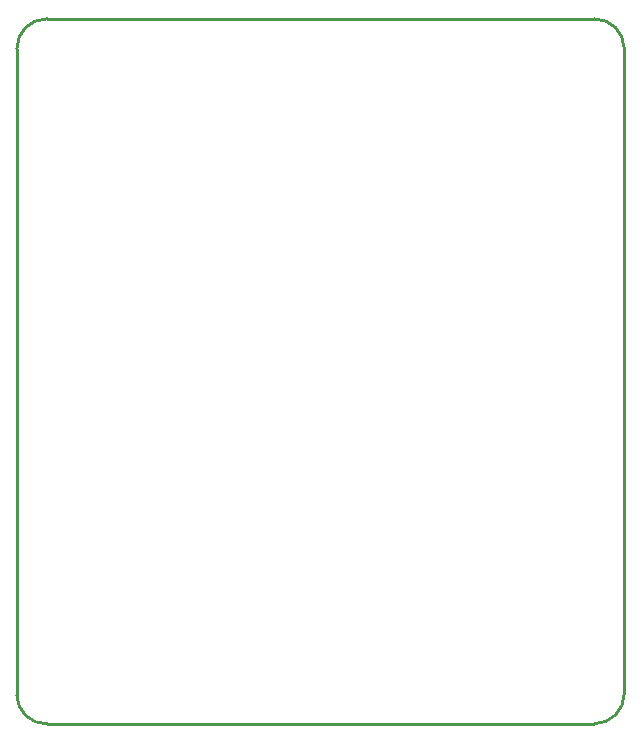
<source format=gm1>
G04*
G04 #@! TF.GenerationSoftware,Altium Limited,Altium Designer,19.1.7 (138)*
G04*
G04 Layer_Color=16711935*
%FSLAX25Y25*%
%MOIN*%
G70*
G01*
G75*
%ADD11C,0.01000*%
D11*
X227000Y243000D02*
G03*
X217000Y253000I-10000J0D01*
G01*
Y18000D02*
G03*
X227000Y28000I0J10000D01*
G01*
X24500Y27500D02*
G03*
X34500Y18000I9750J250D01*
G01*
Y253000D02*
G03*
X24500Y243000I0J-10000D01*
G01*
X24500Y27500D02*
Y243000D01*
X34500Y18000D02*
X217000D01*
X227000Y28000D02*
Y243000D01*
X34500Y253000D02*
X217000D01*
M02*

</source>
